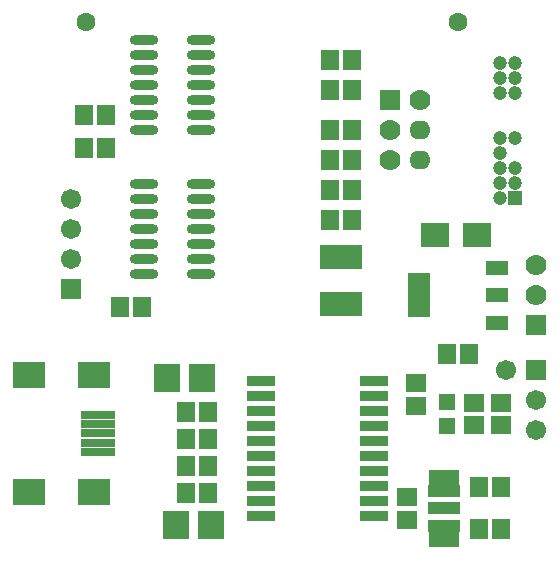
<source format=gts>
G04 Layer_Color=8388736*
%FSLAX23Y23*%
%MOIN*%
G70*
G01*
G75*
%ADD53R,0.059X0.067*%
%ADD54R,0.102X0.091*%
%ADD55R,0.110X0.039*%
%ADD56R,0.118X0.028*%
%ADD57R,0.106X0.087*%
%ADD58R,0.055X0.055*%
%ADD59R,0.067X0.059*%
%ADD60R,0.087X0.095*%
%ADD61O,0.095X0.032*%
%ADD62R,0.095X0.032*%
%ADD63R,0.095X0.032*%
%ADD64R,0.077X0.146*%
%ADD65R,0.077X0.051*%
%ADD66R,0.077X0.051*%
%ADD67R,0.093X0.079*%
%ADD68R,0.142X0.083*%
%ADD69C,0.063*%
%ADD70C,0.070*%
%ADD71R,0.070X0.070*%
%ADD72C,0.067*%
%ADD73R,0.067X0.067*%
%ADD74R,0.067X0.067*%
%ADD75C,0.047*%
%ADD76R,0.047X0.047*%
%ADD77O,0.070X0.063*%
D53*
X1610Y310D02*
D03*
X1685D02*
D03*
X1610Y170D02*
D03*
X1685D02*
D03*
X707Y560D02*
D03*
X633D02*
D03*
X707Y470D02*
D03*
X633D02*
D03*
X707Y380D02*
D03*
X633D02*
D03*
Y290D02*
D03*
X707D02*
D03*
X1113Y1500D02*
D03*
X1187D02*
D03*
X1113Y1635D02*
D03*
X1187D02*
D03*
Y1400D02*
D03*
X1113D02*
D03*
X1113Y1735D02*
D03*
X1187D02*
D03*
X293Y1550D02*
D03*
X367D02*
D03*
X1503Y755D02*
D03*
X1577D02*
D03*
X1187Y1200D02*
D03*
X1113D02*
D03*
Y1300D02*
D03*
X1187D02*
D03*
X293Y1440D02*
D03*
X367D02*
D03*
X487Y910D02*
D03*
X413D02*
D03*
D54*
X1493Y325D02*
D03*
Y155D02*
D03*
D55*
Y299D02*
D03*
Y240D02*
D03*
Y181D02*
D03*
D56*
X342Y490D02*
D03*
Y521D02*
D03*
Y427D02*
D03*
Y459D02*
D03*
Y553D02*
D03*
D57*
X328Y684D02*
D03*
X112D02*
D03*
Y296D02*
D03*
X328D02*
D03*
D58*
X1505Y596D02*
D03*
Y514D02*
D03*
D59*
X1400Y657D02*
D03*
Y583D02*
D03*
X1370Y203D02*
D03*
Y277D02*
D03*
X1595Y518D02*
D03*
Y592D02*
D03*
X1685Y518D02*
D03*
Y592D02*
D03*
D60*
X601Y185D02*
D03*
X719D02*
D03*
X689Y675D02*
D03*
X571D02*
D03*
D61*
X684Y1020D02*
D03*
Y1070D02*
D03*
Y1120D02*
D03*
Y1170D02*
D03*
Y1220D02*
D03*
Y1270D02*
D03*
Y1320D02*
D03*
X496Y1020D02*
D03*
Y1070D02*
D03*
Y1120D02*
D03*
Y1170D02*
D03*
Y1220D02*
D03*
Y1270D02*
D03*
Y1320D02*
D03*
Y1800D02*
D03*
Y1750D02*
D03*
Y1700D02*
D03*
Y1650D02*
D03*
Y1600D02*
D03*
Y1550D02*
D03*
Y1500D02*
D03*
X684Y1800D02*
D03*
Y1750D02*
D03*
Y1700D02*
D03*
Y1650D02*
D03*
Y1600D02*
D03*
Y1550D02*
D03*
Y1500D02*
D03*
D62*
X884Y266D02*
D03*
Y216D02*
D03*
Y316D02*
D03*
Y466D02*
D03*
Y516D02*
D03*
Y566D02*
D03*
Y616D02*
D03*
Y366D02*
D03*
Y416D02*
D03*
D63*
X1262Y216D02*
D03*
Y266D02*
D03*
Y316D02*
D03*
Y366D02*
D03*
Y416D02*
D03*
Y466D02*
D03*
Y516D02*
D03*
Y566D02*
D03*
Y616D02*
D03*
Y666D02*
D03*
X884D02*
D03*
D64*
X1410Y950D02*
D03*
D65*
X1670D02*
D03*
Y1041D02*
D03*
D66*
X1670Y859D02*
D03*
D67*
X1466Y1150D02*
D03*
X1604D02*
D03*
D68*
X1150Y1077D02*
D03*
Y923D02*
D03*
D69*
X300Y1860D02*
D03*
X1540D02*
D03*
D70*
X1800Y1050D02*
D03*
Y950D02*
D03*
X1315Y1400D02*
D03*
Y1500D02*
D03*
X1415Y1600D02*
D03*
D71*
X1800Y850D02*
D03*
X1315Y1600D02*
D03*
D72*
X1800Y500D02*
D03*
Y600D02*
D03*
X250Y1070D02*
D03*
Y1170D02*
D03*
Y1270D02*
D03*
X1700Y700D02*
D03*
D73*
X1800Y700D02*
D03*
X250Y970D02*
D03*
D74*
X1800Y700D02*
D03*
D75*
X1680Y1725D02*
D03*
X1730D02*
D03*
X1680Y1675D02*
D03*
X1730D02*
D03*
X1680Y1625D02*
D03*
X1730D02*
D03*
X1680Y1475D02*
D03*
X1730D02*
D03*
X1680Y1425D02*
D03*
Y1375D02*
D03*
X1730D02*
D03*
X1680Y1325D02*
D03*
X1730D02*
D03*
X1680Y1275D02*
D03*
D76*
X1730D02*
D03*
D77*
X1415Y1400D02*
D03*
Y1500D02*
D03*
M02*

</source>
